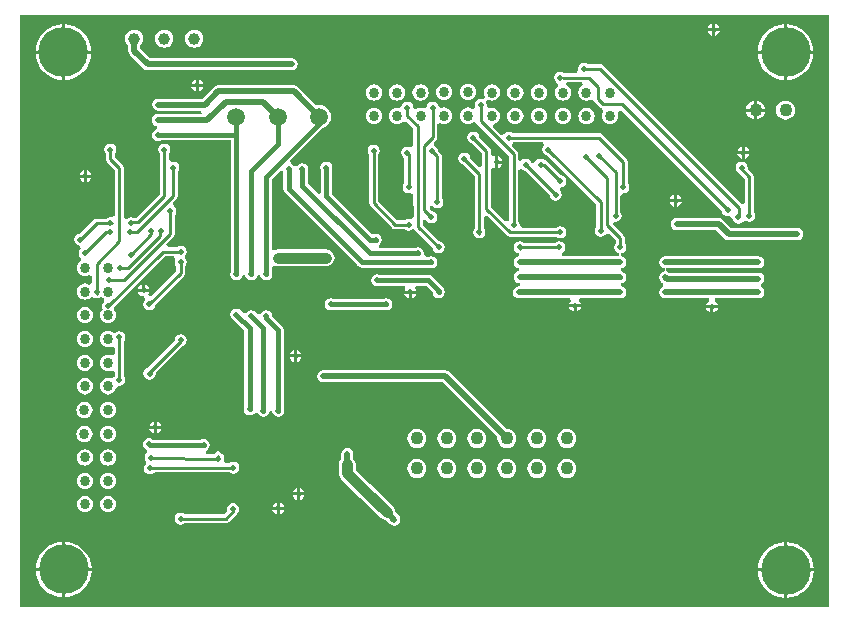
<source format=gbl>
G04*
G04 #@! TF.GenerationSoftware,Altium Limited,Altium Designer,19.1.7 (138)*
G04*
G04 Layer_Physical_Order=2*
G04 Layer_Color=16711680*
%FSLAX25Y25*%
%MOIN*%
G70*
G01*
G75*
%ADD10C,0.01000*%
%ADD45C,0.03500*%
%ADD46C,0.02000*%
%ADD51C,0.01500*%
%ADD54C,0.04331*%
%ADD55C,0.16535*%
%ADD56C,0.05906*%
%ADD57C,0.03937*%
%ADD58C,0.03400*%
%ADD59C,0.02000*%
G36*
X369500Y103500D02*
X369500Y100000D01*
X100000Y100000D01*
Y297500D01*
X369500D01*
Y103500D01*
D02*
G37*
%LPC*%
G36*
X331700Y294440D02*
Y293000D01*
X333140D01*
X333084Y293280D01*
X332642Y293942D01*
X331980Y294384D01*
X331700Y294440D01*
D02*
G37*
G36*
X330700D02*
X330420Y294384D01*
X329758Y293942D01*
X329316Y293280D01*
X329260Y293000D01*
X330700D01*
Y294440D01*
D02*
G37*
G36*
X333140Y292000D02*
X331700D01*
Y290560D01*
X331980Y290616D01*
X332642Y291058D01*
X333084Y291720D01*
X333140Y292000D01*
D02*
G37*
G36*
X330700D02*
X329260D01*
X329316Y291720D01*
X329758Y291058D01*
X330420Y290616D01*
X330700Y290560D01*
Y292000D01*
D02*
G37*
G36*
X158000Y292534D02*
X157215Y292430D01*
X156483Y292127D01*
X155855Y291645D01*
X155373Y291017D01*
X155070Y290285D01*
X154966Y289500D01*
X155070Y288715D01*
X155373Y287983D01*
X155855Y287355D01*
X156483Y286873D01*
X157215Y286569D01*
X158000Y286466D01*
X158785Y286569D01*
X159517Y286873D01*
X160145Y287355D01*
X160627Y287983D01*
X160930Y288715D01*
X161034Y289500D01*
X160930Y290285D01*
X160627Y291017D01*
X160145Y291645D01*
X159517Y292127D01*
X158785Y292430D01*
X158000Y292534D01*
D02*
G37*
G36*
X148000D02*
X147215Y292430D01*
X146483Y292127D01*
X145855Y291645D01*
X145373Y291017D01*
X145070Y290285D01*
X144966Y289500D01*
X145070Y288715D01*
X145373Y287983D01*
X145855Y287355D01*
X146483Y286873D01*
X147215Y286569D01*
X148000Y286466D01*
X148785Y286569D01*
X149517Y286873D01*
X150145Y287355D01*
X150627Y287983D01*
X150930Y288715D01*
X151034Y289500D01*
X150930Y290285D01*
X150627Y291017D01*
X150145Y291645D01*
X149517Y292127D01*
X148785Y292430D01*
X148000Y292534D01*
D02*
G37*
G36*
X355600Y294263D02*
Y285500D01*
X364363D01*
X364234Y286817D01*
X363704Y288564D01*
X362843Y290174D01*
X361685Y291585D01*
X360274Y292743D01*
X358664Y293604D01*
X356917Y294134D01*
X355600Y294263D01*
D02*
G37*
G36*
X114900D02*
Y285500D01*
X123663D01*
X123534Y286817D01*
X123004Y288564D01*
X122143Y290174D01*
X120985Y291585D01*
X119574Y292743D01*
X117964Y293604D01*
X116217Y294134D01*
X114900Y294263D01*
D02*
G37*
G36*
X113900D02*
X112583Y294134D01*
X110836Y293604D01*
X109226Y292743D01*
X107815Y291585D01*
X106657Y290174D01*
X105796Y288564D01*
X105266Y286817D01*
X105137Y285500D01*
X113900D01*
Y294263D01*
D02*
G37*
G36*
X354600D02*
X353283Y294134D01*
X351536Y293604D01*
X349926Y292743D01*
X348515Y291585D01*
X347357Y290174D01*
X346496Y288564D01*
X345966Y286817D01*
X345837Y285500D01*
X354600D01*
Y294263D01*
D02*
G37*
G36*
X138000Y292534D02*
X137215Y292430D01*
X136483Y292127D01*
X135855Y291645D01*
X135373Y291017D01*
X135070Y290285D01*
X134966Y289500D01*
X135070Y288715D01*
X135373Y287983D01*
X135855Y287355D01*
X135961Y287273D01*
Y285500D01*
X136116Y284720D01*
X136558Y284058D01*
X141058Y279558D01*
X141720Y279116D01*
X142500Y278961D01*
X190500D01*
X191280Y279116D01*
X191942Y279558D01*
X192384Y280220D01*
X192539Y281000D01*
X192384Y281780D01*
X191942Y282442D01*
X191280Y282884D01*
X190500Y283039D01*
X143345D01*
X140049Y286335D01*
X140086Y287310D01*
X140145Y287355D01*
X140627Y287983D01*
X140930Y288715D01*
X141034Y289500D01*
X140930Y290285D01*
X140627Y291017D01*
X140145Y291645D01*
X139517Y292127D01*
X138785Y292430D01*
X138000Y292534D01*
D02*
G37*
G36*
X288000Y281539D02*
X287220Y281384D01*
X286558Y280942D01*
X286116Y280280D01*
X285961Y279500D01*
X286058Y279014D01*
X285597Y278224D01*
X285394Y278029D01*
X281311D01*
X280780Y278384D01*
X280000Y278539D01*
X279220Y278384D01*
X278558Y277942D01*
X278116Y277280D01*
X277961Y276500D01*
X278116Y275720D01*
X278558Y275058D01*
X279032Y274741D01*
X279043Y274723D01*
X279157Y273982D01*
X279123Y273632D01*
X278929Y273482D01*
X278496Y272918D01*
X278224Y272262D01*
X278131Y271557D01*
X278224Y270852D01*
X278496Y270195D01*
X278929Y269631D01*
X279493Y269198D01*
X280149Y268926D01*
X280854Y268833D01*
X281559Y268926D01*
X282216Y269198D01*
X282780Y269631D01*
X283213Y270195D01*
X283485Y270852D01*
X283577Y271557D01*
X283485Y272262D01*
X283213Y272918D01*
X282780Y273482D01*
X282216Y273915D01*
X282044Y273986D01*
X282240Y274971D01*
X287369D01*
X287564Y273986D01*
X287393Y273915D01*
X286829Y273482D01*
X286396Y272918D01*
X286124Y272262D01*
X286031Y271557D01*
X286124Y270852D01*
X286396Y270195D01*
X286829Y269631D01*
X287393Y269198D01*
X288049Y268926D01*
X288754Y268833D01*
X289459Y268926D01*
X290034Y269164D01*
X290198Y269174D01*
X290776Y269006D01*
X291181Y268775D01*
X291419Y268419D01*
X293230Y266607D01*
X293726Y266276D01*
X293914Y266238D01*
X294334Y265377D01*
X294339Y265175D01*
X294296Y265118D01*
X294024Y264461D01*
X293931Y263757D01*
X294024Y263052D01*
X294296Y262395D01*
X294729Y261831D01*
X295293Y261398D01*
X295949Y261126D01*
X296654Y261033D01*
X297359Y261126D01*
X298016Y261398D01*
X298580Y261831D01*
X299013Y262395D01*
X299285Y263052D01*
X299377Y263757D01*
X299285Y264461D01*
X299236Y264580D01*
X299775Y265609D01*
X299816Y265635D01*
X300329Y265708D01*
X333892Y232146D01*
X334016Y231520D01*
X334458Y230858D01*
X335120Y230416D01*
X335900Y230261D01*
X336451Y230370D01*
X337035Y230069D01*
X337398Y229712D01*
X337516Y229120D01*
X337958Y228458D01*
X338620Y228016D01*
X339400Y227861D01*
X340180Y228016D01*
X340842Y228458D01*
X341499Y229008D01*
X342096Y228698D01*
X342220Y228616D01*
X343000Y228461D01*
X343780Y228616D01*
X344442Y229058D01*
X344884Y229720D01*
X345039Y230500D01*
X344884Y231280D01*
X344529Y231811D01*
Y243500D01*
X344413Y244085D01*
X344081Y244581D01*
X342477Y246186D01*
X342539Y246500D01*
X342384Y247280D01*
X341942Y247942D01*
X341280Y248384D01*
X340500Y248539D01*
X339720Y248384D01*
X339058Y247942D01*
X338616Y247280D01*
X338461Y246500D01*
X338616Y245720D01*
X339058Y245058D01*
X339720Y244616D01*
X339721Y244616D01*
X341471Y242866D01*
Y234821D01*
X340486Y234413D01*
X294318Y280581D01*
X293822Y280913D01*
X293236Y281029D01*
X289311D01*
X288780Y281384D01*
X288000Y281539D01*
D02*
G37*
G36*
X364363Y284500D02*
X355600D01*
Y275737D01*
X356917Y275866D01*
X358664Y276396D01*
X360274Y277257D01*
X361685Y278415D01*
X362843Y279826D01*
X363704Y281436D01*
X364234Y283183D01*
X364363Y284500D01*
D02*
G37*
G36*
X123663D02*
X114900D01*
Y275737D01*
X116217Y275866D01*
X117964Y276396D01*
X119574Y277257D01*
X120985Y278415D01*
X122143Y279826D01*
X123004Y281436D01*
X123534Y283183D01*
X123663Y284500D01*
D02*
G37*
G36*
X113900D02*
X105137D01*
X105266Y283183D01*
X105796Y281436D01*
X106657Y279826D01*
X107815Y278415D01*
X109226Y277257D01*
X110836Y276396D01*
X112583Y275866D01*
X113900Y275737D01*
Y284500D01*
D02*
G37*
G36*
X354600D02*
X345837D01*
X345966Y283183D01*
X346496Y281436D01*
X347357Y279826D01*
X348515Y278415D01*
X349926Y277257D01*
X351536Y276396D01*
X353283Y275866D01*
X354600Y275737D01*
Y284500D01*
D02*
G37*
G36*
X159500Y275940D02*
Y274500D01*
X160940D01*
X160884Y274780D01*
X160442Y275442D01*
X159780Y275884D01*
X159500Y275940D01*
D02*
G37*
G36*
X158500D02*
X158220Y275884D01*
X157558Y275442D01*
X157116Y274780D01*
X157060Y274500D01*
X158500D01*
Y275940D01*
D02*
G37*
G36*
X160940Y273500D02*
X159500D01*
Y272060D01*
X159780Y272116D01*
X160442Y272558D01*
X160884Y273220D01*
X160940Y273500D01*
D02*
G37*
G36*
X158500D02*
X157060D01*
X157116Y273220D01*
X157558Y272558D01*
X158220Y272116D01*
X158500Y272060D01*
Y273500D01*
D02*
G37*
G36*
X257154Y274280D02*
X256449Y274187D01*
X255793Y273915D01*
X255229Y273482D01*
X254796Y272918D01*
X254524Y272262D01*
X254431Y271557D01*
X254524Y270852D01*
X254796Y270195D01*
X254819Y270165D01*
X254311Y269355D01*
X254240Y269303D01*
X253500Y269450D01*
X252720Y269295D01*
X252058Y268853D01*
X251616Y268191D01*
X251461Y267411D01*
X251603Y266699D01*
X251467Y266527D01*
X250809Y266067D01*
X250616Y266215D01*
X249959Y266487D01*
X249254Y266580D01*
X248549Y266487D01*
X247893Y266215D01*
X247329Y265782D01*
X246896Y265218D01*
X246624Y264562D01*
X246531Y263857D01*
X246624Y263152D01*
X246896Y262495D01*
X247329Y261931D01*
X247893Y261498D01*
X248549Y261226D01*
X249254Y261133D01*
X249959Y261226D01*
X250616Y261498D01*
X251007Y261799D01*
X251677Y261680D01*
X252074Y261480D01*
X252087Y261415D01*
X252419Y260919D01*
X262971Y250366D01*
Y228811D01*
X262945Y228773D01*
X261748Y228578D01*
X256929Y233396D01*
Y246052D01*
X257914Y246578D01*
X258074Y246470D01*
X258354Y246415D01*
Y248354D01*
Y250294D01*
X258074Y250238D01*
X257914Y250131D01*
X256929Y250657D01*
Y252100D01*
X256813Y252685D01*
X256481Y253181D01*
X253009Y256654D01*
X252884Y257280D01*
X252442Y257942D01*
X251780Y258384D01*
X251000Y258539D01*
X250220Y258384D01*
X249558Y257942D01*
X249116Y257280D01*
X248961Y256500D01*
X249116Y255720D01*
X249558Y255058D01*
X250220Y254616D01*
X250846Y254491D01*
X253871Y251466D01*
Y247078D01*
X252961Y246702D01*
X250009Y249654D01*
X249884Y250280D01*
X249442Y250942D01*
X248780Y251384D01*
X248000Y251539D01*
X247220Y251384D01*
X246558Y250942D01*
X246116Y250280D01*
X245961Y249500D01*
X246116Y248720D01*
X246558Y248058D01*
X247220Y247616D01*
X247846Y247492D01*
X251471Y243866D01*
Y226311D01*
X251116Y225780D01*
X250961Y225000D01*
X251116Y224220D01*
X251558Y223558D01*
X252220Y223116D01*
X253000Y222961D01*
X253780Y223116D01*
X254442Y223558D01*
X254884Y224220D01*
X255039Y225000D01*
X254884Y225780D01*
X254529Y226311D01*
Y230185D01*
X255439Y230561D01*
X262081Y223919D01*
X262578Y223587D01*
X263163Y223471D01*
X278689D01*
X279220Y223116D01*
X280000Y222961D01*
X280780Y223116D01*
X281442Y223558D01*
X281884Y224220D01*
X282039Y225000D01*
X281884Y225780D01*
X281442Y226442D01*
X280780Y226884D01*
X280000Y227039D01*
X279220Y226884D01*
X278689Y226529D01*
X267350D01*
X266539Y227500D01*
X266384Y228280D01*
X266029Y228811D01*
Y245826D01*
X267014Y246125D01*
X267058Y246058D01*
X267720Y245616D01*
X268346Y245492D01*
X276491Y237346D01*
X276616Y236720D01*
X277058Y236058D01*
X277720Y235616D01*
X278500Y235461D01*
X279280Y235616D01*
X279942Y236058D01*
X280384Y236720D01*
X280539Y237500D01*
X280384Y238280D01*
X279942Y238942D01*
X279849Y239004D01*
X279934Y239540D01*
X280145Y239990D01*
X280780Y240116D01*
X281442Y240558D01*
X281884Y241220D01*
X282039Y242000D01*
X281884Y242780D01*
X281442Y243442D01*
X280780Y243884D01*
X280154Y244008D01*
X275581Y248581D01*
X275085Y248913D01*
X274942Y248941D01*
X274942Y248942D01*
X274280Y249384D01*
X273500Y249539D01*
X272720Y249384D01*
X272058Y248942D01*
X271616Y248280D01*
X270601Y248153D01*
X270384Y248280D01*
X269942Y248942D01*
X269280Y249384D01*
X268500Y249539D01*
X267720Y249384D01*
X267058Y248942D01*
X267014Y248875D01*
X266029Y249174D01*
Y251000D01*
X265913Y251585D01*
X265581Y252081D01*
X263942Y253721D01*
X264175Y254880D01*
X264311Y254971D01*
X274326D01*
X274625Y253986D01*
X274558Y253942D01*
X274116Y253280D01*
X273961Y252500D01*
X274116Y251720D01*
X274558Y251058D01*
X275220Y250616D01*
X275846Y250491D01*
X291971Y234366D01*
Y226811D01*
X291616Y226280D01*
X291461Y225500D01*
X291616Y224720D01*
X292058Y224058D01*
X292720Y223616D01*
X293500Y223461D01*
X294280Y223616D01*
X294942Y224058D01*
X295120Y224325D01*
X296279Y224558D01*
X298471Y222366D01*
Y221311D01*
X298116Y220780D01*
X297961Y220000D01*
X298116Y219220D01*
X298558Y218558D01*
X299220Y218116D01*
X299685Y218023D01*
X299588Y217039D01*
X299222Y217039D01*
X280614D01*
X280480Y218016D01*
X281142Y218458D01*
X281584Y219120D01*
X281739Y219900D01*
X281584Y220680D01*
X281142Y221342D01*
X280480Y221784D01*
X279700Y221939D01*
X278920Y221784D01*
X278389Y221429D01*
X267950D01*
X267942Y221442D01*
X267280Y221884D01*
X266500Y222039D01*
X265720Y221884D01*
X265058Y221442D01*
X264616Y220780D01*
X264461Y220000D01*
X264616Y219220D01*
X265058Y218558D01*
X265720Y218116D01*
X266294Y218002D01*
Y216998D01*
X265720Y216884D01*
X265058Y216442D01*
X264616Y215780D01*
X264461Y215000D01*
X264616Y214220D01*
X265058Y213558D01*
X265720Y213116D01*
X266168Y213027D01*
Y212023D01*
X265720Y211934D01*
X265058Y211492D01*
X264616Y210830D01*
X264461Y210050D01*
X264616Y209270D01*
X265058Y208608D01*
X265720Y208166D01*
X266500Y208011D01*
X266470Y207039D01*
X266300D01*
X265520Y206884D01*
X264858Y206442D01*
X264416Y205780D01*
X264261Y205000D01*
X264416Y204220D01*
X264858Y203558D01*
X265520Y203116D01*
X266300Y202961D01*
X283241D01*
X283539Y201977D01*
X283530Y201970D01*
X283088Y201309D01*
X283032Y201028D01*
X286911D01*
X286856Y201309D01*
X286414Y201970D01*
X286404Y201977D01*
X286703Y202961D01*
X300000D01*
X300780Y203116D01*
X301442Y203558D01*
X301884Y204220D01*
X302039Y205000D01*
X301884Y205780D01*
X301442Y206442D01*
X300780Y206884D01*
X300206Y206998D01*
Y208002D01*
X300780Y208116D01*
X301442Y208558D01*
X301884Y209220D01*
X302039Y210000D01*
X301884Y210780D01*
X301442Y211442D01*
X301392Y211492D01*
X300730Y211934D01*
X300307Y212018D01*
Y213022D01*
X300780Y213116D01*
X301442Y213558D01*
X301884Y214220D01*
X302039Y215000D01*
X301884Y215780D01*
X301442Y216442D01*
X300780Y216884D01*
X300206Y216998D01*
Y218002D01*
X300780Y218116D01*
X301442Y218558D01*
X301884Y219220D01*
X302039Y220000D01*
X301884Y220780D01*
X301529Y221311D01*
Y223000D01*
X301413Y223585D01*
X301081Y224081D01*
X297481Y227682D01*
X297983Y228544D01*
X298014Y228558D01*
X298500Y228461D01*
X299280Y228616D01*
X299942Y229058D01*
X300384Y229720D01*
X300539Y230500D01*
X300384Y231280D01*
X300029Y231811D01*
Y237150D01*
X301000Y237961D01*
X301780Y238116D01*
X302442Y238558D01*
X302884Y239220D01*
X303039Y240000D01*
X302884Y240780D01*
X302529Y241311D01*
Y248500D01*
X302413Y249085D01*
X302081Y249581D01*
X294081Y257581D01*
X293585Y257913D01*
X293000Y258029D01*
X264311D01*
X263780Y258384D01*
X263000Y258539D01*
X262220Y258384D01*
X261558Y257942D01*
X261380Y257675D01*
X260221Y257442D01*
X257568Y260095D01*
X257859Y261126D01*
X258516Y261398D01*
X259080Y261831D01*
X259513Y262395D01*
X259785Y263052D01*
X259877Y263757D01*
X259785Y264461D01*
X259513Y265118D01*
X259080Y265682D01*
X258516Y266115D01*
X257859Y266387D01*
X257154Y266480D01*
X256449Y266387D01*
X256263Y266310D01*
X255467Y267045D01*
X255539Y267411D01*
X255384Y268191D01*
X255241Y268405D01*
X255586Y268900D01*
X255934Y269140D01*
X256449Y268926D01*
X257154Y268833D01*
X257859Y268926D01*
X258516Y269198D01*
X259080Y269631D01*
X259513Y270195D01*
X259785Y270852D01*
X259877Y271557D01*
X259785Y272262D01*
X259513Y272918D01*
X259080Y273482D01*
X258516Y273915D01*
X257859Y274187D01*
X257154Y274280D01*
D02*
G37*
G36*
X249254Y274380D02*
X248549Y274287D01*
X247893Y274015D01*
X247329Y273582D01*
X246896Y273018D01*
X246624Y272361D01*
X246531Y271657D01*
X246624Y270952D01*
X246896Y270295D01*
X247329Y269731D01*
X247893Y269298D01*
X248549Y269026D01*
X249254Y268933D01*
X249959Y269026D01*
X250616Y269298D01*
X251180Y269731D01*
X251613Y270295D01*
X251885Y270952D01*
X251977Y271657D01*
X251885Y272361D01*
X251613Y273018D01*
X251180Y273582D01*
X250616Y274015D01*
X249959Y274287D01*
X249254Y274380D01*
D02*
G37*
G36*
X241354D02*
X240649Y274287D01*
X239993Y274015D01*
X239429Y273582D01*
X238996Y273018D01*
X238724Y272361D01*
X238631Y271657D01*
X238724Y270952D01*
X238996Y270295D01*
X239429Y269731D01*
X239993Y269298D01*
X240649Y269026D01*
X241354Y268933D01*
X242059Y269026D01*
X242716Y269298D01*
X243280Y269731D01*
X243713Y270295D01*
X243985Y270952D01*
X244077Y271657D01*
X243985Y272361D01*
X243713Y273018D01*
X243280Y273582D01*
X242716Y274015D01*
X242059Y274287D01*
X241354Y274380D01*
D02*
G37*
G36*
X272954Y274280D02*
X272249Y274187D01*
X271593Y273915D01*
X271029Y273482D01*
X270596Y272918D01*
X270324Y272262D01*
X270231Y271557D01*
X270324Y270852D01*
X270596Y270195D01*
X271029Y269631D01*
X271593Y269198D01*
X272249Y268926D01*
X272954Y268833D01*
X273659Y268926D01*
X274316Y269198D01*
X274880Y269631D01*
X275313Y270195D01*
X275585Y270852D01*
X275677Y271557D01*
X275585Y272262D01*
X275313Y272918D01*
X274880Y273482D01*
X274316Y273915D01*
X273659Y274187D01*
X272954Y274280D01*
D02*
G37*
G36*
X265054D02*
X264349Y274187D01*
X263693Y273915D01*
X263129Y273482D01*
X262696Y272918D01*
X262424Y272262D01*
X262331Y271557D01*
X262424Y270852D01*
X262696Y270195D01*
X263129Y269631D01*
X263693Y269198D01*
X264349Y268926D01*
X265054Y268833D01*
X265759Y268926D01*
X266416Y269198D01*
X266980Y269631D01*
X267413Y270195D01*
X267685Y270852D01*
X267777Y271557D01*
X267685Y272262D01*
X267413Y272918D01*
X266980Y273482D01*
X266416Y273915D01*
X265759Y274187D01*
X265054Y274280D01*
D02*
G37*
G36*
X233454D02*
X232749Y274187D01*
X232093Y273915D01*
X231529Y273482D01*
X231096Y272918D01*
X230824Y272262D01*
X230731Y271557D01*
X230824Y270852D01*
X231096Y270195D01*
X231529Y269631D01*
X232093Y269198D01*
X232749Y268926D01*
X233454Y268833D01*
X234159Y268926D01*
X234816Y269198D01*
X235380Y269631D01*
X235813Y270195D01*
X236085Y270852D01*
X236177Y271557D01*
X236085Y272262D01*
X235813Y272918D01*
X235380Y273482D01*
X234816Y273915D01*
X234159Y274187D01*
X233454Y274280D01*
D02*
G37*
G36*
X225554D02*
X224849Y274187D01*
X224193Y273915D01*
X223629Y273482D01*
X223196Y272918D01*
X222924Y272262D01*
X222831Y271557D01*
X222924Y270852D01*
X223196Y270195D01*
X223629Y269631D01*
X224193Y269198D01*
X224849Y268926D01*
X225554Y268833D01*
X226259Y268926D01*
X226916Y269198D01*
X227480Y269631D01*
X227913Y270195D01*
X228185Y270852D01*
X228277Y271557D01*
X228185Y272262D01*
X227913Y272918D01*
X227480Y273482D01*
X226916Y273915D01*
X226259Y274187D01*
X225554Y274280D01*
D02*
G37*
G36*
X217854D02*
X217149Y274187D01*
X216493Y273915D01*
X215929Y273482D01*
X215496Y272918D01*
X215224Y272262D01*
X215131Y271557D01*
X215224Y270852D01*
X215496Y270195D01*
X215929Y269631D01*
X216493Y269198D01*
X217149Y268926D01*
X217854Y268833D01*
X218559Y268926D01*
X219216Y269198D01*
X219780Y269631D01*
X220213Y270195D01*
X220485Y270852D01*
X220578Y271557D01*
X220485Y272262D01*
X220213Y272918D01*
X219780Y273482D01*
X219216Y273915D01*
X218559Y274187D01*
X217854Y274280D01*
D02*
G37*
G36*
X237500Y268539D02*
X236720Y268384D01*
X236058Y267942D01*
X235616Y267280D01*
X235523Y266813D01*
X235318Y266611D01*
X234792Y266319D01*
X234508Y266243D01*
X234159Y266387D01*
X233454Y266480D01*
X232749Y266387D01*
X232093Y266115D01*
X231943Y266001D01*
X231039Y266500D01*
X230884Y267280D01*
X230442Y267942D01*
X229780Y268384D01*
X229000Y268539D01*
X228220Y268384D01*
X227558Y267942D01*
X227116Y267280D01*
X227082Y267111D01*
X226325Y266445D01*
X226018Y266419D01*
X225554Y266480D01*
X224849Y266387D01*
X224193Y266115D01*
X223629Y265682D01*
X223196Y265118D01*
X222924Y264461D01*
X222831Y263757D01*
X222924Y263052D01*
X223196Y262395D01*
X223629Y261831D01*
X224193Y261398D01*
X224849Y261126D01*
X225554Y261033D01*
X226259Y261126D01*
X226916Y261398D01*
X227480Y261831D01*
X228701Y261822D01*
X230928Y259595D01*
X230960Y253779D01*
X229979Y253251D01*
X229780Y253384D01*
X229000Y253539D01*
X228220Y253384D01*
X227558Y252942D01*
X227116Y252280D01*
X226961Y251500D01*
X227116Y250720D01*
X227558Y250058D01*
X227971Y249782D01*
Y241311D01*
X227616Y240780D01*
X227461Y240000D01*
X227616Y239220D01*
X228058Y238558D01*
X228720Y238116D01*
X229500Y237961D01*
X230065Y238073D01*
X230775Y237689D01*
X231053Y237449D01*
X231095Y230023D01*
X230745Y229749D01*
X230114Y229417D01*
X229500Y229539D01*
X228720Y229384D01*
X228189Y229029D01*
X225634D01*
X219384Y235279D01*
Y250835D01*
X219738Y251365D01*
X219893Y252146D01*
X219738Y252926D01*
X219296Y253588D01*
X218635Y254030D01*
X217854Y254185D01*
X217074Y254030D01*
X216412Y253588D01*
X215970Y252926D01*
X215815Y252146D01*
X215970Y251365D01*
X216325Y250835D01*
Y234646D01*
X216441Y234061D01*
X216773Y233564D01*
X223919Y226419D01*
X224415Y226087D01*
X225000Y225971D01*
X228189D01*
X228720Y225616D01*
X229500Y225461D01*
X230280Y225616D01*
X230942Y226058D01*
X231787Y225551D01*
X237491Y219846D01*
X237616Y219220D01*
X238058Y218558D01*
X238720Y218116D01*
X239500Y217961D01*
X240280Y218116D01*
X240942Y218558D01*
X241384Y219220D01*
X241539Y220000D01*
X241384Y220780D01*
X240942Y221442D01*
X240280Y221884D01*
X239654Y222008D01*
X234168Y227495D01*
X234160Y228923D01*
X235071Y229194D01*
X235143Y229179D01*
X235558Y228558D01*
X236220Y228116D01*
X237000Y227961D01*
X237780Y228116D01*
X238442Y228558D01*
X238884Y229220D01*
X239039Y230000D01*
X238884Y230780D01*
X238442Y231442D01*
X237780Y231884D01*
X237154Y232009D01*
X236439Y232724D01*
X236534Y233824D01*
X237087Y234165D01*
X237159Y234156D01*
X237558Y233558D01*
X238220Y233116D01*
X239000Y232961D01*
X239780Y233116D01*
X240442Y233558D01*
X240884Y234220D01*
X241039Y235000D01*
X240884Y235780D01*
X240529Y236311D01*
Y250311D01*
X240413Y250896D01*
X240081Y251392D01*
X239319Y252154D01*
X239195Y252780D01*
X238753Y253442D01*
X238165Y253835D01*
X238077Y253949D01*
X237870Y254932D01*
X238581Y255643D01*
X238913Y256139D01*
X239029Y256725D01*
Y260997D01*
X239993Y261498D01*
X240649Y261226D01*
X241354Y261133D01*
X242059Y261226D01*
X242716Y261498D01*
X243280Y261931D01*
X243713Y262495D01*
X243985Y263152D01*
X244077Y263857D01*
X243985Y264562D01*
X243713Y265218D01*
X243280Y265782D01*
X242716Y266215D01*
X242059Y266487D01*
X241354Y266580D01*
X240649Y266487D01*
X240483Y266418D01*
X240409Y266424D01*
X239490Y266934D01*
X239438Y267008D01*
X239384Y267280D01*
X238942Y267942D01*
X238280Y268384D01*
X237500Y268539D01*
D02*
G37*
G36*
X345600Y268827D02*
Y266200D01*
X348227D01*
X348184Y266527D01*
X347865Y267297D01*
X347358Y267958D01*
X346696Y268465D01*
X345926Y268784D01*
X345600Y268827D01*
D02*
G37*
G36*
X344600D02*
X344274Y268784D01*
X343504Y268465D01*
X342843Y267958D01*
X342335Y267297D01*
X342016Y266527D01*
X341973Y266200D01*
X344600D01*
Y268827D01*
D02*
G37*
G36*
X348227Y265200D02*
X345600D01*
Y262573D01*
X345926Y262616D01*
X346696Y262935D01*
X347358Y263443D01*
X347865Y264104D01*
X348184Y264874D01*
X348227Y265200D01*
D02*
G37*
G36*
X344600D02*
X341973D01*
X342016Y264874D01*
X342335Y264104D01*
X342843Y263443D01*
X343504Y262935D01*
X344274Y262616D01*
X344600Y262573D01*
Y265200D01*
D02*
G37*
G36*
X355100Y268893D02*
X354274Y268784D01*
X353504Y268465D01*
X352842Y267958D01*
X352335Y267297D01*
X352016Y266527D01*
X351907Y265700D01*
X352016Y264874D01*
X352335Y264104D01*
X352842Y263443D01*
X353504Y262935D01*
X354274Y262616D01*
X355100Y262508D01*
X355926Y262616D01*
X356696Y262935D01*
X357358Y263443D01*
X357865Y264104D01*
X358184Y264874D01*
X358293Y265700D01*
X358184Y266527D01*
X357865Y267297D01*
X357358Y267958D01*
X356696Y268465D01*
X355926Y268784D01*
X355100Y268893D01*
D02*
G37*
G36*
X288754Y266480D02*
X288049Y266387D01*
X287393Y266115D01*
X286829Y265682D01*
X286396Y265118D01*
X286124Y264461D01*
X286031Y263757D01*
X286124Y263052D01*
X286396Y262395D01*
X286829Y261831D01*
X287393Y261398D01*
X288049Y261126D01*
X288754Y261033D01*
X289459Y261126D01*
X290116Y261398D01*
X290680Y261831D01*
X291113Y262395D01*
X291385Y263052D01*
X291477Y263757D01*
X291385Y264461D01*
X291113Y265118D01*
X290680Y265682D01*
X290116Y266115D01*
X289459Y266387D01*
X288754Y266480D01*
D02*
G37*
G36*
X280854D02*
X280149Y266387D01*
X279493Y266115D01*
X278929Y265682D01*
X278496Y265118D01*
X278224Y264461D01*
X278131Y263757D01*
X278224Y263052D01*
X278496Y262395D01*
X278929Y261831D01*
X279493Y261398D01*
X280149Y261126D01*
X280854Y261033D01*
X281559Y261126D01*
X282216Y261398D01*
X282780Y261831D01*
X283213Y262395D01*
X283485Y263052D01*
X283577Y263757D01*
X283485Y264461D01*
X283213Y265118D01*
X282780Y265682D01*
X282216Y266115D01*
X281559Y266387D01*
X280854Y266480D01*
D02*
G37*
G36*
X272954D02*
X272249Y266387D01*
X271593Y266115D01*
X271029Y265682D01*
X270596Y265118D01*
X270324Y264461D01*
X270231Y263757D01*
X270324Y263052D01*
X270596Y262395D01*
X271029Y261831D01*
X271593Y261398D01*
X272249Y261126D01*
X272954Y261033D01*
X273659Y261126D01*
X274316Y261398D01*
X274880Y261831D01*
X275313Y262395D01*
X275585Y263052D01*
X275677Y263757D01*
X275585Y264461D01*
X275313Y265118D01*
X274880Y265682D01*
X274316Y266115D01*
X273659Y266387D01*
X272954Y266480D01*
D02*
G37*
G36*
X265054D02*
X264349Y266387D01*
X263693Y266115D01*
X263129Y265682D01*
X262696Y265118D01*
X262424Y264461D01*
X262331Y263757D01*
X262424Y263052D01*
X262696Y262395D01*
X263129Y261831D01*
X263693Y261398D01*
X264349Y261126D01*
X265054Y261033D01*
X265759Y261126D01*
X266416Y261398D01*
X266980Y261831D01*
X267413Y262395D01*
X267685Y263052D01*
X267777Y263757D01*
X267685Y264461D01*
X267413Y265118D01*
X266980Y265682D01*
X266416Y266115D01*
X265759Y266387D01*
X265054Y266480D01*
D02*
G37*
G36*
X217854D02*
X217149Y266387D01*
X216493Y266115D01*
X215929Y265682D01*
X215496Y265118D01*
X215224Y264461D01*
X215131Y263757D01*
X215224Y263052D01*
X215496Y262395D01*
X215929Y261831D01*
X216493Y261398D01*
X217149Y261126D01*
X217854Y261033D01*
X218559Y261126D01*
X219216Y261398D01*
X219780Y261831D01*
X220213Y262395D01*
X220485Y263052D01*
X220578Y263757D01*
X220485Y264461D01*
X220213Y265118D01*
X219780Y265682D01*
X219216Y266115D01*
X218559Y266387D01*
X217854Y266480D01*
D02*
G37*
G36*
X341500Y253440D02*
Y252000D01*
X342940D01*
X342884Y252280D01*
X342442Y252942D01*
X341780Y253384D01*
X341500Y253440D01*
D02*
G37*
G36*
X340500D02*
X340220Y253384D01*
X339558Y252942D01*
X339116Y252280D01*
X339060Y252000D01*
X340500D01*
Y253440D01*
D02*
G37*
G36*
X342940Y251000D02*
X341500D01*
Y249560D01*
X341780Y249616D01*
X342442Y250058D01*
X342884Y250720D01*
X342940Y251000D01*
D02*
G37*
G36*
X340500D02*
X339060D01*
X339116Y250720D01*
X339558Y250058D01*
X340220Y249616D01*
X340500Y249560D01*
Y251000D01*
D02*
G37*
G36*
X259354Y250294D02*
Y248854D01*
X260794D01*
X260738Y249135D01*
X260296Y249796D01*
X259635Y250238D01*
X259354Y250294D01*
D02*
G37*
G36*
X260794Y247854D02*
X259354D01*
Y246415D01*
X259635Y246470D01*
X260296Y246912D01*
X260738Y247574D01*
X260794Y247854D01*
D02*
G37*
G36*
X122200Y245640D02*
Y244200D01*
X123640D01*
X123584Y244480D01*
X123142Y245142D01*
X122480Y245584D01*
X122200Y245640D01*
D02*
G37*
G36*
X121200D02*
X120920Y245584D01*
X120258Y245142D01*
X119816Y244480D01*
X119760Y244200D01*
X121200D01*
Y245640D01*
D02*
G37*
G36*
X123640Y243200D02*
X122200D01*
Y241760D01*
X122480Y241816D01*
X123142Y242258D01*
X123584Y242920D01*
X123640Y243200D01*
D02*
G37*
G36*
X121200D02*
X119760D01*
X119816Y242920D01*
X120258Y242258D01*
X120920Y241816D01*
X121200Y241760D01*
Y243200D01*
D02*
G37*
G36*
X319000Y237440D02*
Y236000D01*
X320440D01*
X320384Y236280D01*
X319942Y236942D01*
X319280Y237384D01*
X319000Y237440D01*
D02*
G37*
G36*
X318000D02*
X317720Y237384D01*
X317058Y236942D01*
X316616Y236280D01*
X316560Y236000D01*
X318000D01*
Y237440D01*
D02*
G37*
G36*
X320440Y235000D02*
X319000D01*
Y233560D01*
X319280Y233616D01*
X319942Y234058D01*
X320384Y234720D01*
X320440Y235000D01*
D02*
G37*
G36*
X318000D02*
X316560D01*
X316616Y234720D01*
X317058Y234058D01*
X317720Y233616D01*
X318000Y233560D01*
Y235000D01*
D02*
G37*
G36*
X148000Y254539D02*
X147220Y254384D01*
X146558Y253942D01*
X146116Y253280D01*
X145961Y252500D01*
X146116Y251720D01*
X146471Y251189D01*
Y237633D01*
X138617Y229779D01*
X137937D01*
X137780Y229884D01*
X137000Y230039D01*
X136220Y229884D01*
X135558Y229442D01*
X135514Y229375D01*
X134529Y229674D01*
Y246500D01*
X134413Y247085D01*
X134081Y247581D01*
X131529Y250133D01*
Y251189D01*
X131884Y251720D01*
X132039Y252500D01*
X131884Y253280D01*
X131442Y253942D01*
X130780Y254384D01*
X130000Y254539D01*
X129220Y254384D01*
X128558Y253942D01*
X128116Y253280D01*
X127961Y252500D01*
X128116Y251720D01*
X128471Y251189D01*
Y249500D01*
X128587Y248915D01*
X128919Y248419D01*
X131471Y245866D01*
Y230607D01*
X131276Y230403D01*
X130486Y229942D01*
X130000Y230039D01*
X129220Y229884D01*
X128689Y229529D01*
X125500D01*
X124915Y229413D01*
X124419Y229081D01*
X119846Y224509D01*
X119220Y224384D01*
X118558Y223942D01*
X118116Y223280D01*
X117961Y222500D01*
X118116Y221720D01*
X118558Y221058D01*
X119220Y220616D01*
X119855Y220490D01*
X120066Y220040D01*
X120151Y219504D01*
X120058Y219442D01*
X119616Y218780D01*
X119461Y218000D01*
X119616Y217220D01*
X120058Y216558D01*
X120121Y216516D01*
X120132Y215836D01*
X120042Y215385D01*
X119574Y215026D01*
X119142Y214462D01*
X118869Y213805D01*
X118777Y213100D01*
X118869Y212395D01*
X119142Y211738D01*
X119574Y211174D01*
X120138Y210742D01*
X120795Y210470D01*
X121500Y210377D01*
X122205Y210470D01*
X122862Y210742D01*
X122986Y210837D01*
X123971Y210352D01*
Y207948D01*
X122986Y207463D01*
X122862Y207558D01*
X122205Y207831D01*
X121500Y207923D01*
X120795Y207831D01*
X120138Y207558D01*
X119574Y207126D01*
X119142Y206562D01*
X118869Y205905D01*
X118777Y205200D01*
X118869Y204495D01*
X119142Y203838D01*
X119574Y203274D01*
X120138Y202842D01*
X120795Y202570D01*
X121500Y202477D01*
X122205Y202570D01*
X122862Y202842D01*
X123187Y203091D01*
X124058Y203558D01*
X124720Y203116D01*
X125500Y202961D01*
X126280Y203116D01*
X126942Y203558D01*
X127737Y202996D01*
X127842Y202915D01*
X127932Y202464D01*
X127920Y201784D01*
X127858Y201742D01*
X127416Y201080D01*
X127261Y200300D01*
X127416Y199520D01*
X127532Y199346D01*
X127374Y199226D01*
X126942Y198662D01*
X126670Y198005D01*
X126577Y197300D01*
X126670Y196595D01*
X126942Y195938D01*
X127374Y195374D01*
X127938Y194942D01*
X128595Y194669D01*
X129300Y194577D01*
X130005Y194669D01*
X130662Y194942D01*
X131226Y195374D01*
X131658Y195938D01*
X131930Y196595D01*
X132023Y197300D01*
X131930Y198005D01*
X131658Y198662D01*
X131226Y199226D01*
X131370Y200207D01*
X148134Y216971D01*
X151228D01*
X151754Y215986D01*
X151616Y215780D01*
X151461Y215000D01*
X151616Y214220D01*
X151971Y213689D01*
Y212134D01*
X143153Y203316D01*
X143150Y203316D01*
X142781Y203898D01*
X142695Y204364D01*
X143030Y204865D01*
X143085Y205146D01*
X139206D01*
X139262Y204865D01*
X139704Y204204D01*
X140365Y203762D01*
X141013Y203633D01*
X141130Y203610D01*
X141146Y203606D01*
X141196Y203593D01*
X141585Y202477D01*
X141558Y202442D01*
X141507Y202366D01*
X141116Y201780D01*
X140961Y201000D01*
X141116Y200220D01*
X141558Y199558D01*
X142220Y199116D01*
X143000Y198961D01*
X143780Y199116D01*
X144442Y199558D01*
X144884Y200220D01*
X145009Y200846D01*
X154581Y210419D01*
X154913Y210915D01*
X155029Y211500D01*
Y213689D01*
X155384Y214220D01*
X155539Y215000D01*
X155384Y215780D01*
X154942Y216442D01*
Y217058D01*
X155384Y217720D01*
X155539Y218500D01*
X155384Y219280D01*
X154942Y219942D01*
X154280Y220384D01*
X153500Y220539D01*
X152720Y220384D01*
X152189Y220029D01*
X149107D01*
X148730Y220939D01*
X151081Y223290D01*
X151413Y223786D01*
X151529Y224372D01*
Y230689D01*
X151884Y231220D01*
X152039Y232000D01*
X151884Y232780D01*
X151442Y233442D01*
X151175Y233620D01*
X150942Y234779D01*
X152081Y235919D01*
X152413Y236415D01*
X152529Y237000D01*
Y245189D01*
X152884Y245720D01*
X153039Y246500D01*
X152884Y247280D01*
X152442Y247942D01*
X151780Y248384D01*
X151000Y248539D01*
X150514Y248442D01*
X149724Y248903D01*
X149529Y249107D01*
Y251189D01*
X149884Y251720D01*
X150039Y252500D01*
X149884Y253280D01*
X149442Y253942D01*
X148780Y254384D01*
X148000Y254539D01*
D02*
G37*
G36*
X332800Y229739D02*
X318800D01*
X318020Y229584D01*
X317358Y229142D01*
X316916Y228480D01*
X316761Y227700D01*
X316916Y226920D01*
X317358Y226258D01*
X318020Y225816D01*
X318800Y225661D01*
X331955D01*
X334658Y222958D01*
X334658Y222958D01*
X335320Y222516D01*
X336100Y222361D01*
X359000D01*
X359780Y222516D01*
X360442Y222958D01*
X360884Y223620D01*
X361039Y224400D01*
X360884Y225180D01*
X360442Y225842D01*
X359780Y226284D01*
X359000Y226439D01*
X336945D01*
X334242Y229142D01*
X333580Y229584D01*
X332800Y229739D01*
D02*
G37*
G36*
X191100Y274039D02*
X166000D01*
X165220Y273884D01*
X164558Y273442D01*
X160655Y269539D01*
X146000D01*
X145220Y269384D01*
X144558Y268942D01*
X144116Y268280D01*
X143961Y267500D01*
X144116Y266720D01*
X144558Y266058D01*
X145220Y265616D01*
X146000Y265461D01*
X160135D01*
X160688Y264477D01*
X160632Y264385D01*
X145846D01*
X145065Y264230D01*
X144404Y263788D01*
X143962Y263126D01*
X143807Y262346D01*
X143962Y261565D01*
X144404Y260904D01*
X145065Y260462D01*
X145485Y260378D01*
Y259375D01*
X145142Y259307D01*
X144481Y258865D01*
X144039Y258203D01*
X143884Y257423D01*
X144039Y256643D01*
X144481Y255981D01*
X145142Y255539D01*
X145923Y255384D01*
X146703Y255539D01*
X146852Y255639D01*
X170216D01*
Y211929D01*
X170116Y211780D01*
X169961Y211000D01*
X170116Y210220D01*
X170558Y209558D01*
X171220Y209116D01*
X172000Y208961D01*
X172780Y209116D01*
X173442Y209558D01*
X173884Y210220D01*
X173925Y210424D01*
X174156Y210794D01*
X174800D01*
X175056Y210522D01*
X175116Y210220D01*
X175558Y209558D01*
X176220Y209116D01*
X177000Y208961D01*
X177780Y209116D01*
X178442Y209558D01*
X178884Y210220D01*
X178925Y210424D01*
X179156Y210794D01*
X179800D01*
X180056Y210522D01*
X180116Y210220D01*
X180558Y209558D01*
X181220Y209116D01*
X182000Y208961D01*
X182780Y209116D01*
X183442Y209558D01*
X183884Y210220D01*
X184039Y211000D01*
X183884Y211780D01*
X183784Y211929D01*
Y213493D01*
X184231Y213819D01*
X184768Y214034D01*
X185282Y213821D01*
X186000Y213726D01*
X202000D01*
X202718Y213821D01*
X203387Y214098D01*
X203961Y214539D01*
X204402Y215113D01*
X204679Y215782D01*
X204774Y216500D01*
X204679Y217218D01*
X204402Y217887D01*
X203961Y218461D01*
X203387Y218902D01*
X202718Y219179D01*
X202000Y219274D01*
X186000D01*
X185282Y219179D01*
X184768Y218967D01*
X184231Y219181D01*
X183784Y219507D01*
Y242638D01*
X186572Y245425D01*
X187515Y245240D01*
X187673Y245134D01*
X187716Y245071D01*
Y239500D01*
X187852Y238817D01*
X188238Y238238D01*
X212738Y213738D01*
X212738Y213738D01*
X213317Y213351D01*
X214000Y213216D01*
X236070D01*
X236220Y213116D01*
X237000Y212961D01*
X237780Y213116D01*
X238442Y213558D01*
X238884Y214220D01*
X239039Y215000D01*
X238884Y215780D01*
X238442Y216442D01*
X237780Y216884D01*
X237000Y217039D01*
X236220Y216884D01*
X236070Y216784D01*
X235187D01*
X234493Y217769D01*
X234539Y218000D01*
X234384Y218780D01*
X233942Y219442D01*
X233280Y219884D01*
X232500Y220039D01*
X231720Y219884D01*
X231571Y219784D01*
X219760D01*
X219509Y220768D01*
X219942Y221058D01*
X220384Y221720D01*
X220539Y222500D01*
X220384Y223280D01*
X219942Y223942D01*
X219280Y224384D01*
X218500Y224539D01*
X217720Y224384D01*
X217570Y224284D01*
X217239D01*
X203784Y237739D01*
Y245570D01*
X203884Y245720D01*
X204039Y246500D01*
X203884Y247280D01*
X203442Y247942D01*
X202780Y248384D01*
X202000Y248539D01*
X201220Y248384D01*
X200558Y247942D01*
X200116Y247280D01*
X199961Y246500D01*
X200116Y245720D01*
X200216Y245570D01*
Y238200D01*
X199232Y237792D01*
X195784Y241239D01*
Y245071D01*
X195884Y245220D01*
X196039Y246000D01*
X195884Y246780D01*
X195442Y247442D01*
X194780Y247884D01*
X194000Y248039D01*
X193220Y247884D01*
X192558Y247442D01*
X192297Y247051D01*
X192143Y247005D01*
X191357D01*
X191203Y247051D01*
X190942Y247442D01*
X190366Y247827D01*
X190260Y247985D01*
X190075Y248928D01*
X200862Y259715D01*
X200889Y259755D01*
X201593Y260047D01*
X202419Y260681D01*
X203053Y261507D01*
X203451Y262468D01*
X203587Y263500D01*
X203451Y264532D01*
X203053Y265493D01*
X202419Y266319D01*
X201593Y266953D01*
X200632Y267351D01*
X199600Y267487D01*
X198625Y267358D01*
X192542Y273442D01*
X191880Y273884D01*
X191100Y274039D01*
D02*
G37*
G36*
X141646Y207585D02*
Y206146D01*
X143085D01*
X143030Y206426D01*
X142588Y207088D01*
X141926Y207530D01*
X141646Y207585D01*
D02*
G37*
G36*
X140646D02*
X140365Y207530D01*
X139704Y207088D01*
X139262Y206426D01*
X139206Y206146D01*
X140646D01*
Y207585D01*
D02*
G37*
G36*
X231940Y204500D02*
X230500D01*
Y203060D01*
X230780Y203116D01*
X231442Y203558D01*
X231884Y204220D01*
X231940Y204500D01*
D02*
G37*
G36*
X229500D02*
X228060D01*
X228116Y204220D01*
X228558Y203558D01*
X229220Y203116D01*
X229500Y203060D01*
Y204500D01*
D02*
G37*
G36*
X219000Y211039D02*
X218220Y210884D01*
X217558Y210442D01*
X217116Y209780D01*
X216961Y209000D01*
X217116Y208220D01*
X217558Y207558D01*
X218220Y207116D01*
X219000Y206961D01*
X219780Y207116D01*
X219930Y207216D01*
X227981D01*
X228163Y206972D01*
X228417Y206231D01*
X228116Y205780D01*
X228060Y205500D01*
X231940D01*
X231884Y205780D01*
X231582Y206231D01*
X231837Y206972D01*
X232018Y207216D01*
X235261D01*
X237463Y205013D01*
X237461Y205000D01*
X237616Y204220D01*
X238058Y203558D01*
X238720Y203116D01*
X239500Y202961D01*
X240280Y203116D01*
X240942Y203558D01*
X241384Y204220D01*
X241539Y205000D01*
X241384Y205780D01*
X241163Y206112D01*
X241148Y206183D01*
X240762Y206762D01*
X240762Y206762D01*
X237262Y210262D01*
X236683Y210648D01*
X236000Y210784D01*
X219930D01*
X219780Y210884D01*
X219000Y211039D01*
D02*
G37*
G36*
X222000Y203039D02*
X221220Y202884D01*
X221071Y202784D01*
X204430D01*
X204280Y202884D01*
X203500Y203039D01*
X202720Y202884D01*
X202058Y202442D01*
X201616Y201780D01*
X201461Y201000D01*
X201616Y200220D01*
X202058Y199558D01*
X202720Y199116D01*
X203500Y198961D01*
X204280Y199116D01*
X204430Y199216D01*
X221071D01*
X221220Y199116D01*
X222000Y198961D01*
X222780Y199116D01*
X223442Y199558D01*
X223884Y200220D01*
X224039Y201000D01*
X223884Y201780D01*
X223442Y202442D01*
X222780Y202884D01*
X222000Y203039D01*
D02*
G37*
G36*
X346000Y217039D02*
X315000D01*
X314220Y216884D01*
X313558Y216442D01*
X313116Y215780D01*
X312961Y215000D01*
X313116Y214220D01*
X313558Y213558D01*
X314220Y213116D01*
X314794Y213002D01*
Y211998D01*
X314220Y211884D01*
X313558Y211442D01*
X313116Y210780D01*
X312961Y210000D01*
X313116Y209220D01*
X313558Y208558D01*
X314058Y208058D01*
X314292Y207902D01*
X314250Y207310D01*
X314132Y206825D01*
X313558Y206442D01*
X313116Y205780D01*
X312961Y205000D01*
X313116Y204220D01*
X313558Y203558D01*
X314220Y203116D01*
X315000Y202961D01*
X329467D01*
X329614Y202521D01*
X329631Y201977D01*
X329104Y201624D01*
X328662Y200963D01*
X328606Y200683D01*
X332486D01*
X332430Y200963D01*
X331988Y201624D01*
X331461Y201977D01*
X331478Y202521D01*
X331625Y202961D01*
X346000D01*
X346780Y203116D01*
X347442Y203558D01*
X347884Y204220D01*
X348039Y205000D01*
X347884Y205780D01*
X347442Y206442D01*
X347051Y206703D01*
X347005Y206857D01*
Y207643D01*
X347051Y207797D01*
X347442Y208058D01*
X347884Y208720D01*
X348039Y209500D01*
X347884Y210280D01*
X347442Y210942D01*
X346780Y211384D01*
X346000Y211539D01*
X316296D01*
X315780Y211884D01*
X315315Y211977D01*
X315412Y212961D01*
X315778Y212961D01*
X346000D01*
X346780Y213116D01*
X347442Y213558D01*
X347884Y214220D01*
X348039Y215000D01*
X347884Y215780D01*
X347442Y216442D01*
X346780Y216884D01*
X346000Y217039D01*
D02*
G37*
G36*
X286911Y200028D02*
X285472D01*
Y198589D01*
X285752Y198644D01*
X286414Y199086D01*
X286856Y199748D01*
X286911Y200028D01*
D02*
G37*
G36*
X284472D02*
X283032D01*
X283088Y199748D01*
X283530Y199086D01*
X284191Y198644D01*
X284472Y198589D01*
Y200028D01*
D02*
G37*
G36*
X332486Y199683D02*
X331046D01*
Y198243D01*
X331326Y198299D01*
X331988Y198741D01*
X332430Y199402D01*
X332486Y199683D01*
D02*
G37*
G36*
X330046D02*
X328606D01*
X328662Y199402D01*
X329104Y198741D01*
X329765Y198299D01*
X330046Y198243D01*
Y199683D01*
D02*
G37*
G36*
X121500Y200023D02*
X120795Y199931D01*
X120138Y199658D01*
X119574Y199226D01*
X119142Y198662D01*
X118869Y198005D01*
X118777Y197300D01*
X118869Y196595D01*
X119142Y195938D01*
X119574Y195374D01*
X120138Y194942D01*
X120795Y194669D01*
X121500Y194577D01*
X122205Y194669D01*
X122862Y194942D01*
X123426Y195374D01*
X123858Y195938D01*
X124130Y196595D01*
X124223Y197300D01*
X124130Y198005D01*
X123858Y198662D01*
X123426Y199226D01*
X122862Y199658D01*
X122205Y199931D01*
X121500Y200023D01*
D02*
G37*
G36*
Y192123D02*
X120795Y192031D01*
X120138Y191758D01*
X119574Y191326D01*
X119142Y190762D01*
X118869Y190105D01*
X118777Y189400D01*
X118869Y188695D01*
X119142Y188038D01*
X119574Y187474D01*
X120138Y187042D01*
X120795Y186769D01*
X121500Y186677D01*
X122205Y186769D01*
X122862Y187042D01*
X123426Y187474D01*
X123858Y188038D01*
X124130Y188695D01*
X124223Y189400D01*
X124130Y190105D01*
X123858Y190762D01*
X123426Y191326D01*
X122862Y191758D01*
X122205Y192031D01*
X121500Y192123D01*
D02*
G37*
G36*
X192272Y185711D02*
Y184272D01*
X193711D01*
X193656Y184552D01*
X193214Y185214D01*
X192552Y185656D01*
X192272Y185711D01*
D02*
G37*
G36*
X191272D02*
X190991Y185656D01*
X190330Y185214D01*
X189888Y184552D01*
X189832Y184272D01*
X191272D01*
Y185711D01*
D02*
G37*
G36*
X129300Y192123D02*
X128595Y192031D01*
X127938Y191758D01*
X127374Y191326D01*
X126942Y190762D01*
X126670Y190105D01*
X126577Y189400D01*
X126670Y188695D01*
X126942Y188038D01*
X127374Y187474D01*
X127938Y187042D01*
X128595Y186769D01*
X129300Y186677D01*
X130005Y186769D01*
X130486Y186969D01*
X131069Y186730D01*
X131471Y186422D01*
Y184478D01*
X131069Y184170D01*
X130486Y183931D01*
X130005Y184131D01*
X129300Y184223D01*
X128595Y184131D01*
X127938Y183858D01*
X127374Y183426D01*
X126942Y182862D01*
X126670Y182205D01*
X126577Y181500D01*
X126670Y180795D01*
X126942Y180138D01*
X127374Y179574D01*
X127938Y179142D01*
X128595Y178869D01*
X129300Y178777D01*
X130005Y178869D01*
X130486Y179069D01*
X131069Y178830D01*
X131471Y178522D01*
Y177111D01*
X131228Y176748D01*
X131105Y176577D01*
X130040Y176216D01*
X130005Y176231D01*
X129300Y176323D01*
X128595Y176231D01*
X127938Y175958D01*
X127374Y175526D01*
X126942Y174962D01*
X126670Y174305D01*
X126577Y173600D01*
X126670Y172895D01*
X126942Y172238D01*
X127374Y171674D01*
X127938Y171242D01*
X128595Y170969D01*
X129300Y170877D01*
X130005Y170969D01*
X130662Y171242D01*
X131226Y171674D01*
X131658Y172238D01*
X131930Y172895D01*
X131945Y173006D01*
X132872Y173741D01*
X132995Y173762D01*
X133000Y173761D01*
X133780Y173916D01*
X134442Y174358D01*
X134884Y175020D01*
X135039Y175800D01*
X134884Y176580D01*
X134529Y177111D01*
Y188689D01*
X134884Y189220D01*
X135039Y190000D01*
X134884Y190780D01*
X134442Y191442D01*
X133780Y191884D01*
X133000Y192039D01*
X132220Y191884D01*
X131558Y191442D01*
X130662Y191758D01*
X130005Y192031D01*
X129300Y192123D01*
D02*
G37*
G36*
X193711Y183272D02*
X192272D01*
Y181832D01*
X192552Y181888D01*
X193214Y182330D01*
X193656Y182991D01*
X193711Y183272D01*
D02*
G37*
G36*
X191272D02*
X189832D01*
X189888Y182991D01*
X190330Y182330D01*
X190991Y181888D01*
X191272Y181832D01*
Y183272D01*
D02*
G37*
G36*
X121500Y184223D02*
X120795Y184131D01*
X120138Y183858D01*
X119574Y183426D01*
X119142Y182862D01*
X118869Y182205D01*
X118777Y181500D01*
X118869Y180795D01*
X119142Y180138D01*
X119574Y179574D01*
X120138Y179142D01*
X120795Y178869D01*
X121500Y178777D01*
X122205Y178869D01*
X122862Y179142D01*
X123426Y179574D01*
X123858Y180138D01*
X124130Y180795D01*
X124223Y181500D01*
X124130Y182205D01*
X123858Y182862D01*
X123426Y183426D01*
X122862Y183858D01*
X122205Y184131D01*
X121500Y184223D01*
D02*
G37*
G36*
X153500Y191039D02*
X152720Y190884D01*
X152058Y190442D01*
X151616Y189780D01*
X151461Y189000D01*
X151483Y188887D01*
X142351Y179755D01*
X142349Y179754D01*
X141688Y179313D01*
X141245Y178651D01*
X141090Y177871D01*
X141245Y177090D01*
X141688Y176429D01*
X142349Y175987D01*
X143129Y175831D01*
X143910Y175987D01*
X144571Y176429D01*
X145013Y177090D01*
X145169Y177871D01*
X145106Y178184D01*
X153978Y187056D01*
X154280Y187116D01*
X154942Y187558D01*
X155384Y188220D01*
X155539Y189000D01*
X155384Y189780D01*
X154942Y190442D01*
X154280Y190884D01*
X153500Y191039D01*
D02*
G37*
G36*
X121500Y176323D02*
X120795Y176231D01*
X120138Y175958D01*
X119574Y175526D01*
X119142Y174962D01*
X118869Y174305D01*
X118777Y173600D01*
X118869Y172895D01*
X119142Y172238D01*
X119574Y171674D01*
X120138Y171242D01*
X120795Y170969D01*
X121500Y170877D01*
X122205Y170969D01*
X122862Y171242D01*
X123426Y171674D01*
X123858Y172238D01*
X124130Y172895D01*
X124223Y173600D01*
X124130Y174305D01*
X123858Y174962D01*
X123426Y175526D01*
X122862Y175958D01*
X122205Y176231D01*
X121500Y176323D01*
D02*
G37*
G36*
X172000Y199539D02*
X171220Y199384D01*
X170558Y198942D01*
X170116Y198280D01*
X169961Y197500D01*
X170116Y196720D01*
X170558Y196058D01*
X171220Y195616D01*
X171396Y195581D01*
X174716Y192261D01*
Y166929D01*
X174616Y166780D01*
X174461Y166000D01*
X174616Y165220D01*
X175058Y164558D01*
X175720Y164116D01*
X176500Y163961D01*
X177280Y164116D01*
X177942Y164558D01*
X178098Y164792D01*
X178690Y164750D01*
X179175Y164632D01*
X179558Y164058D01*
X180220Y163616D01*
X181000Y163461D01*
X181780Y163616D01*
X182442Y164058D01*
X182884Y164720D01*
X182925Y164924D01*
X183156Y165294D01*
X183800D01*
X184056Y165022D01*
X184116Y164720D01*
X184558Y164058D01*
X185220Y163616D01*
X186000Y163461D01*
X186780Y163616D01*
X187442Y164058D01*
X187884Y164720D01*
X188039Y165500D01*
X187884Y166280D01*
X187784Y166429D01*
Y192500D01*
X187648Y193183D01*
X187262Y193762D01*
X187262Y193762D01*
X184037Y196987D01*
X184039Y197000D01*
X183884Y197780D01*
X183442Y198442D01*
X182780Y198884D01*
X182000Y199039D01*
X181220Y198884D01*
X180558Y198442D01*
X180116Y197780D01*
X179867Y197708D01*
X178884Y197780D01*
X178442Y198442D01*
X177780Y198884D01*
X177000Y199039D01*
X176220Y198884D01*
X175558Y198442D01*
X175324Y198091D01*
X174820Y197972D01*
X173884Y198280D01*
X173442Y198942D01*
X172780Y199384D01*
X172000Y199539D01*
D02*
G37*
G36*
X129200Y168423D02*
X128495Y168331D01*
X127838Y168058D01*
X127274Y167626D01*
X126842Y167062D01*
X126569Y166405D01*
X126477Y165700D01*
X126569Y164995D01*
X126842Y164338D01*
X127274Y163774D01*
X127838Y163342D01*
X128495Y163069D01*
X129200Y162977D01*
X129905Y163069D01*
X130562Y163342D01*
X131126Y163774D01*
X131558Y164338D01*
X131831Y164995D01*
X131923Y165700D01*
X131831Y166405D01*
X131558Y167062D01*
X131126Y167626D01*
X130562Y168058D01*
X129905Y168331D01*
X129200Y168423D01*
D02*
G37*
G36*
X121400D02*
X120695Y168331D01*
X120038Y168058D01*
X119474Y167626D01*
X119042Y167062D01*
X118770Y166405D01*
X118677Y165700D01*
X118770Y164995D01*
X119042Y164338D01*
X119474Y163774D01*
X120038Y163342D01*
X120695Y163069D01*
X121400Y162977D01*
X122105Y163069D01*
X122762Y163342D01*
X123326Y163774D01*
X123758Y164338D01*
X124030Y164995D01*
X124123Y165700D01*
X124030Y166405D01*
X123758Y167062D01*
X123326Y167626D01*
X122762Y168058D01*
X122105Y168331D01*
X121400Y168423D01*
D02*
G37*
G36*
X145500Y161940D02*
Y160500D01*
X146940D01*
X146884Y160780D01*
X146442Y161442D01*
X145780Y161884D01*
X145500Y161940D01*
D02*
G37*
G36*
X144500D02*
X144220Y161884D01*
X143558Y161442D01*
X143116Y160780D01*
X143060Y160500D01*
X144500D01*
Y161940D01*
D02*
G37*
G36*
X146940Y159500D02*
X145500D01*
Y158060D01*
X145780Y158116D01*
X146442Y158558D01*
X146884Y159220D01*
X146940Y159500D01*
D02*
G37*
G36*
X144500D02*
X143060D01*
X143116Y159220D01*
X143558Y158558D01*
X144220Y158116D01*
X144500Y158060D01*
Y159500D01*
D02*
G37*
G36*
X129200Y160523D02*
X128495Y160431D01*
X127838Y160158D01*
X127274Y159726D01*
X126842Y159162D01*
X126569Y158505D01*
X126477Y157800D01*
X126569Y157095D01*
X126842Y156438D01*
X127274Y155874D01*
X127838Y155442D01*
X128495Y155169D01*
X129200Y155077D01*
X129905Y155169D01*
X130562Y155442D01*
X131126Y155874D01*
X131558Y156438D01*
X131831Y157095D01*
X131923Y157800D01*
X131831Y158505D01*
X131558Y159162D01*
X131126Y159726D01*
X130562Y160158D01*
X129905Y160431D01*
X129200Y160523D01*
D02*
G37*
G36*
X121400D02*
X120695Y160431D01*
X120038Y160158D01*
X119474Y159726D01*
X119042Y159162D01*
X118770Y158505D01*
X118677Y157800D01*
X118770Y157095D01*
X119042Y156438D01*
X119474Y155874D01*
X120038Y155442D01*
X120695Y155169D01*
X121400Y155077D01*
X122105Y155169D01*
X122762Y155442D01*
X123326Y155874D01*
X123758Y156438D01*
X124030Y157095D01*
X124123Y157800D01*
X124030Y158505D01*
X123758Y159162D01*
X123326Y159726D01*
X122762Y160158D01*
X122105Y160431D01*
X121400Y160523D01*
D02*
G37*
G36*
X282198Y159493D02*
X281371Y159385D01*
X280601Y159066D01*
X279940Y158558D01*
X279433Y157897D01*
X279114Y157127D01*
X279005Y156301D01*
X279114Y155474D01*
X279433Y154704D01*
X279940Y154043D01*
X280601Y153536D01*
X281371Y153217D01*
X282198Y153108D01*
X283024Y153217D01*
X283794Y153536D01*
X284455Y154043D01*
X284963Y154704D01*
X285282Y155474D01*
X285390Y156301D01*
X285282Y157127D01*
X284963Y157897D01*
X284455Y158558D01*
X283794Y159066D01*
X283024Y159385D01*
X282198Y159493D01*
D02*
G37*
G36*
X272198D02*
X271371Y159385D01*
X270601Y159066D01*
X269940Y158558D01*
X269433Y157897D01*
X269114Y157127D01*
X269005Y156301D01*
X269114Y155474D01*
X269433Y154704D01*
X269940Y154043D01*
X270601Y153536D01*
X271371Y153217D01*
X272198Y153108D01*
X273024Y153217D01*
X273794Y153536D01*
X274455Y154043D01*
X274963Y154704D01*
X275282Y155474D01*
X275390Y156301D01*
X275282Y157127D01*
X274963Y157897D01*
X274455Y158558D01*
X273794Y159066D01*
X273024Y159385D01*
X272198Y159493D01*
D02*
G37*
G36*
X241700Y179039D02*
X201000D01*
X200220Y178884D01*
X199558Y178442D01*
X199116Y177780D01*
X198961Y177000D01*
X199116Y176220D01*
X199558Y175558D01*
X200220Y175116D01*
X201000Y174961D01*
X240855D01*
X259064Y156752D01*
X259005Y156301D01*
X259114Y155474D01*
X259433Y154704D01*
X259940Y154043D01*
X260601Y153536D01*
X261371Y153217D01*
X262198Y153108D01*
X263024Y153217D01*
X263794Y153536D01*
X264455Y154043D01*
X264963Y154704D01*
X265282Y155474D01*
X265390Y156301D01*
X265282Y157127D01*
X264963Y157897D01*
X264455Y158558D01*
X263794Y159066D01*
X263024Y159385D01*
X262198Y159493D01*
X262103Y159481D01*
X243142Y178442D01*
X242480Y178884D01*
X241700Y179039D01*
D02*
G37*
G36*
X252198Y159493D02*
X251371Y159385D01*
X250601Y159066D01*
X249940Y158558D01*
X249433Y157897D01*
X249114Y157127D01*
X249005Y156301D01*
X249114Y155474D01*
X249433Y154704D01*
X249940Y154043D01*
X250601Y153536D01*
X251371Y153217D01*
X252198Y153108D01*
X253024Y153217D01*
X253794Y153536D01*
X254455Y154043D01*
X254963Y154704D01*
X255282Y155474D01*
X255390Y156301D01*
X255282Y157127D01*
X254963Y157897D01*
X254455Y158558D01*
X253794Y159066D01*
X253024Y159385D01*
X252198Y159493D01*
D02*
G37*
G36*
X242198D02*
X241371Y159385D01*
X240601Y159066D01*
X239940Y158558D01*
X239433Y157897D01*
X239114Y157127D01*
X239005Y156301D01*
X239114Y155474D01*
X239433Y154704D01*
X239940Y154043D01*
X240601Y153536D01*
X241371Y153217D01*
X242198Y153108D01*
X243024Y153217D01*
X243794Y153536D01*
X244455Y154043D01*
X244963Y154704D01*
X245282Y155474D01*
X245390Y156301D01*
X245282Y157127D01*
X244963Y157897D01*
X244455Y158558D01*
X243794Y159066D01*
X243024Y159385D01*
X242198Y159493D01*
D02*
G37*
G36*
X232198D02*
X231371Y159385D01*
X230601Y159066D01*
X229940Y158558D01*
X229433Y157897D01*
X229114Y157127D01*
X229005Y156301D01*
X229114Y155474D01*
X229433Y154704D01*
X229940Y154043D01*
X230601Y153536D01*
X231371Y153217D01*
X232198Y153108D01*
X233024Y153217D01*
X233794Y153536D01*
X234455Y154043D01*
X234963Y154704D01*
X235282Y155474D01*
X235390Y156301D01*
X235282Y157127D01*
X234963Y157897D01*
X234455Y158558D01*
X233794Y159066D01*
X233024Y159385D01*
X232198Y159493D01*
D02*
G37*
G36*
X129300Y152623D02*
X128595Y152531D01*
X127938Y152258D01*
X127374Y151826D01*
X126942Y151262D01*
X126670Y150605D01*
X126577Y149900D01*
X126670Y149195D01*
X126942Y148538D01*
X127374Y147974D01*
X127938Y147542D01*
X128595Y147269D01*
X129300Y147177D01*
X130005Y147269D01*
X130662Y147542D01*
X131226Y147974D01*
X131658Y148538D01*
X131930Y149195D01*
X132023Y149900D01*
X131930Y150605D01*
X131658Y151262D01*
X131226Y151826D01*
X130662Y152258D01*
X130005Y152531D01*
X129300Y152623D01*
D02*
G37*
G36*
X121500D02*
X120795Y152531D01*
X120138Y152258D01*
X119574Y151826D01*
X119142Y151262D01*
X118869Y150605D01*
X118777Y149900D01*
X118869Y149195D01*
X119142Y148538D01*
X119574Y147974D01*
X120138Y147542D01*
X120795Y147269D01*
X121500Y147177D01*
X122205Y147269D01*
X122862Y147542D01*
X123426Y147974D01*
X123858Y148538D01*
X124130Y149195D01*
X124223Y149900D01*
X124130Y150605D01*
X123858Y151262D01*
X123426Y151826D01*
X122862Y152258D01*
X122205Y152531D01*
X121500Y152623D01*
D02*
G37*
G36*
X142912Y156402D02*
X142132Y156247D01*
X141470Y155805D01*
X141028Y155143D01*
X140873Y154363D01*
X141028Y153582D01*
X141470Y152921D01*
X142132Y152479D01*
X142136Y152478D01*
X142344Y151433D01*
X142058Y151242D01*
X141616Y150580D01*
X141461Y149800D01*
X141616Y149020D01*
X142058Y148358D01*
Y147875D01*
X141858Y147742D01*
X141416Y147080D01*
X141261Y146300D01*
X141416Y145520D01*
X141858Y144858D01*
X142520Y144416D01*
X143300Y144261D01*
X144080Y144416D01*
X144742Y144858D01*
X144817Y144971D01*
X169689D01*
X170220Y144616D01*
X171000Y144461D01*
X171780Y144616D01*
X172442Y145058D01*
X172884Y145720D01*
X173039Y146500D01*
X172884Y147280D01*
X172442Y147942D01*
X171780Y148384D01*
X171000Y148539D01*
X170220Y148384D01*
X169689Y148029D01*
X168606D01*
X168403Y148224D01*
X167942Y149014D01*
X168039Y149500D01*
X167884Y150280D01*
X167442Y150942D01*
X167419Y150958D01*
X167413Y150985D01*
X167081Y151481D01*
X166585Y151813D01*
X166000Y151929D01*
X165415Y151813D01*
X164919Y151481D01*
X164629Y151048D01*
X161993Y151083D01*
X161907Y151180D01*
X161937Y151610D01*
X162183Y152351D01*
X162642Y152658D01*
X163084Y153320D01*
X163239Y154100D01*
X163084Y154880D01*
X162642Y155542D01*
X161980Y155984D01*
X161200Y156139D01*
X160420Y155984D01*
X160271Y155884D01*
X144235D01*
X143693Y156247D01*
X142912Y156402D01*
D02*
G37*
G36*
X282198Y149493D02*
X281371Y149385D01*
X280601Y149066D01*
X279940Y148558D01*
X279433Y147897D01*
X279114Y147127D01*
X279005Y146301D01*
X279114Y145475D01*
X279433Y144704D01*
X279940Y144043D01*
X280601Y143536D01*
X281371Y143217D01*
X282198Y143108D01*
X283024Y143217D01*
X283794Y143536D01*
X284455Y144043D01*
X284963Y144704D01*
X285282Y145475D01*
X285390Y146301D01*
X285282Y147127D01*
X284963Y147897D01*
X284455Y148558D01*
X283794Y149066D01*
X283024Y149385D01*
X282198Y149493D01*
D02*
G37*
G36*
X272198D02*
X271371Y149385D01*
X270601Y149066D01*
X269940Y148558D01*
X269433Y147897D01*
X269114Y147127D01*
X269005Y146301D01*
X269114Y145475D01*
X269433Y144704D01*
X269940Y144043D01*
X270601Y143536D01*
X271371Y143217D01*
X272198Y143108D01*
X273024Y143217D01*
X273794Y143536D01*
X274455Y144043D01*
X274963Y144704D01*
X275282Y145475D01*
X275390Y146301D01*
X275282Y147127D01*
X274963Y147897D01*
X274455Y148558D01*
X273794Y149066D01*
X273024Y149385D01*
X272198Y149493D01*
D02*
G37*
G36*
X262198D02*
X261371Y149385D01*
X260601Y149066D01*
X259940Y148558D01*
X259433Y147897D01*
X259114Y147127D01*
X259005Y146301D01*
X259114Y145475D01*
X259433Y144704D01*
X259940Y144043D01*
X260601Y143536D01*
X261371Y143217D01*
X262198Y143108D01*
X263024Y143217D01*
X263794Y143536D01*
X264455Y144043D01*
X264963Y144704D01*
X265282Y145475D01*
X265390Y146301D01*
X265282Y147127D01*
X264963Y147897D01*
X264455Y148558D01*
X263794Y149066D01*
X263024Y149385D01*
X262198Y149493D01*
D02*
G37*
G36*
X252198D02*
X251371Y149385D01*
X250601Y149066D01*
X249940Y148558D01*
X249433Y147897D01*
X249114Y147127D01*
X249005Y146301D01*
X249114Y145475D01*
X249433Y144704D01*
X249940Y144043D01*
X250601Y143536D01*
X251371Y143217D01*
X252198Y143108D01*
X253024Y143217D01*
X253794Y143536D01*
X254455Y144043D01*
X254963Y144704D01*
X255282Y145475D01*
X255390Y146301D01*
X255282Y147127D01*
X254963Y147897D01*
X254455Y148558D01*
X253794Y149066D01*
X253024Y149385D01*
X252198Y149493D01*
D02*
G37*
G36*
X242198D02*
X241371Y149385D01*
X240601Y149066D01*
X239940Y148558D01*
X239433Y147897D01*
X239114Y147127D01*
X239005Y146301D01*
X239114Y145475D01*
X239433Y144704D01*
X239940Y144043D01*
X240601Y143536D01*
X241371Y143217D01*
X242198Y143108D01*
X243024Y143217D01*
X243794Y143536D01*
X244455Y144043D01*
X244963Y144704D01*
X245282Y145475D01*
X245390Y146301D01*
X245282Y147127D01*
X244963Y147897D01*
X244455Y148558D01*
X243794Y149066D01*
X243024Y149385D01*
X242198Y149493D01*
D02*
G37*
G36*
X232198D02*
X231371Y149385D01*
X230601Y149066D01*
X229940Y148558D01*
X229433Y147897D01*
X229114Y147127D01*
X229005Y146301D01*
X229114Y145475D01*
X229433Y144704D01*
X229940Y144043D01*
X230601Y143536D01*
X231371Y143217D01*
X232198Y143108D01*
X233024Y143217D01*
X233794Y143536D01*
X234455Y144043D01*
X234963Y144704D01*
X235282Y145475D01*
X235390Y146301D01*
X235282Y147127D01*
X234963Y147897D01*
X234455Y148558D01*
X233794Y149066D01*
X233024Y149385D01*
X232198Y149493D01*
D02*
G37*
G36*
X129300Y144723D02*
X128595Y144631D01*
X127938Y144358D01*
X127374Y143926D01*
X126942Y143362D01*
X126670Y142705D01*
X126577Y142000D01*
X126670Y141295D01*
X126942Y140638D01*
X127374Y140074D01*
X127938Y139642D01*
X128595Y139369D01*
X129300Y139277D01*
X130005Y139369D01*
X130662Y139642D01*
X131226Y140074D01*
X131658Y140638D01*
X131930Y141295D01*
X132023Y142000D01*
X131930Y142705D01*
X131658Y143362D01*
X131226Y143926D01*
X130662Y144358D01*
X130005Y144631D01*
X129300Y144723D01*
D02*
G37*
G36*
X121500D02*
X120795Y144631D01*
X120138Y144358D01*
X119574Y143926D01*
X119142Y143362D01*
X118869Y142705D01*
X118777Y142000D01*
X118869Y141295D01*
X119142Y140638D01*
X119574Y140074D01*
X120138Y139642D01*
X120795Y139369D01*
X121500Y139277D01*
X122205Y139369D01*
X122862Y139642D01*
X123426Y140074D01*
X123858Y140638D01*
X124130Y141295D01*
X124223Y142000D01*
X124130Y142705D01*
X123858Y143362D01*
X123426Y143926D01*
X122862Y144358D01*
X122205Y144631D01*
X121500Y144723D01*
D02*
G37*
G36*
X193272Y139711D02*
Y138272D01*
X194711D01*
X194656Y138552D01*
X194214Y139214D01*
X193552Y139656D01*
X193272Y139711D01*
D02*
G37*
G36*
X192272D02*
X191991Y139656D01*
X191330Y139214D01*
X190888Y138552D01*
X190832Y138272D01*
X192272D01*
Y139711D01*
D02*
G37*
G36*
X194711Y137272D02*
X193272D01*
Y135832D01*
X193552Y135888D01*
X194214Y136330D01*
X194656Y136991D01*
X194711Y137272D01*
D02*
G37*
G36*
X192272D02*
X190832D01*
X190888Y136991D01*
X191330Y136330D01*
X191991Y135888D01*
X192272Y135832D01*
Y137272D01*
D02*
G37*
G36*
X186500Y134840D02*
Y133400D01*
X187940D01*
X187884Y133680D01*
X187442Y134342D01*
X186780Y134784D01*
X186500Y134840D01*
D02*
G37*
G36*
X185500D02*
X185220Y134784D01*
X184558Y134342D01*
X184116Y133680D01*
X184060Y133400D01*
X185500D01*
Y134840D01*
D02*
G37*
G36*
X129300Y137023D02*
X128595Y136931D01*
X127938Y136658D01*
X127374Y136226D01*
X126942Y135662D01*
X126670Y135005D01*
X126577Y134300D01*
X126670Y133595D01*
X126942Y132938D01*
X127374Y132374D01*
X127938Y131942D01*
X128595Y131669D01*
X129300Y131577D01*
X130005Y131669D01*
X130662Y131942D01*
X131226Y132374D01*
X131658Y132938D01*
X131930Y133595D01*
X132023Y134300D01*
X131930Y135005D01*
X131658Y135662D01*
X131226Y136226D01*
X130662Y136658D01*
X130005Y136931D01*
X129300Y137023D01*
D02*
G37*
G36*
X121500D02*
X120795Y136931D01*
X120138Y136658D01*
X119574Y136226D01*
X119142Y135662D01*
X118869Y135005D01*
X118777Y134300D01*
X118869Y133595D01*
X119142Y132938D01*
X119574Y132374D01*
X120138Y131942D01*
X120795Y131669D01*
X121500Y131577D01*
X122205Y131669D01*
X122862Y131942D01*
X123426Y132374D01*
X123858Y132938D01*
X124130Y133595D01*
X124223Y134300D01*
X124130Y135005D01*
X123858Y135662D01*
X123426Y136226D01*
X122862Y136658D01*
X122205Y136931D01*
X121500Y137023D01*
D02*
G37*
G36*
X170900Y134739D02*
X170120Y134584D01*
X169458Y134142D01*
X169016Y133480D01*
X168861Y132700D01*
X168973Y132136D01*
X167867Y131029D01*
X154811D01*
X154280Y131384D01*
X153500Y131539D01*
X152720Y131384D01*
X152058Y130942D01*
X151616Y130280D01*
X151461Y129500D01*
X151616Y128720D01*
X152058Y128058D01*
X152720Y127616D01*
X153500Y127461D01*
X154280Y127616D01*
X154811Y127971D01*
X168500D01*
X169085Y128087D01*
X169581Y128419D01*
X171981Y130819D01*
X172221Y131177D01*
X172342Y131258D01*
X172784Y131920D01*
X172939Y132700D01*
X172784Y133480D01*
X172342Y134142D01*
X171680Y134584D01*
X170900Y134739D01*
D02*
G37*
G36*
X187940Y132400D02*
X186500D01*
Y130960D01*
X186780Y131016D01*
X187442Y131458D01*
X187884Y132120D01*
X187940Y132400D01*
D02*
G37*
G36*
X185500D02*
X184060D01*
X184116Y132120D01*
X184558Y131458D01*
X185220Y131016D01*
X185500Y130960D01*
Y132400D01*
D02*
G37*
G36*
X209000Y153139D02*
X208220Y152984D01*
X207558Y152542D01*
X207116Y151880D01*
X206961Y151100D01*
Y149460D01*
X206598Y148987D01*
X206321Y148318D01*
X206226Y147600D01*
Y144700D01*
X206321Y143982D01*
X206598Y143313D01*
X207039Y142739D01*
X213239Y136539D01*
X213813Y136098D01*
X213926Y136051D01*
X220189Y129789D01*
X220763Y129348D01*
X221432Y129071D01*
X222023Y128993D01*
X223258Y127758D01*
X223258Y127758D01*
X223920Y127316D01*
X224700Y127161D01*
X225480Y127316D01*
X226142Y127758D01*
X226584Y128420D01*
X226739Y129200D01*
X226584Y129980D01*
X226142Y130642D01*
X226142Y130642D01*
X224907Y131877D01*
X224829Y132468D01*
X224552Y133137D01*
X224111Y133711D01*
X217361Y140461D01*
X216787Y140902D01*
X216674Y140949D01*
X211774Y145849D01*
Y147600D01*
X211679Y148318D01*
X211402Y148987D01*
X211039Y149460D01*
Y151100D01*
X210884Y151880D01*
X210442Y152542D01*
X209780Y152984D01*
X209000Y153139D01*
D02*
G37*
G36*
X115000Y121863D02*
Y113100D01*
X123763D01*
X123634Y114417D01*
X123104Y116164D01*
X122243Y117774D01*
X121085Y119185D01*
X119674Y120343D01*
X118064Y121204D01*
X116317Y121734D01*
X115000Y121863D01*
D02*
G37*
G36*
X114000D02*
X112683Y121734D01*
X110936Y121204D01*
X109326Y120343D01*
X107915Y119185D01*
X106757Y117774D01*
X105896Y116164D01*
X105366Y114417D01*
X105237Y113100D01*
X114000D01*
Y121863D01*
D02*
G37*
G36*
X355700Y121663D02*
Y112900D01*
X364463D01*
X364334Y114217D01*
X363804Y115964D01*
X362943Y117574D01*
X361785Y118985D01*
X360374Y120143D01*
X358764Y121004D01*
X357017Y121534D01*
X355700Y121663D01*
D02*
G37*
G36*
X354700D02*
X353383Y121534D01*
X351636Y121004D01*
X350026Y120143D01*
X348615Y118985D01*
X347457Y117574D01*
X346596Y115964D01*
X346066Y114217D01*
X345937Y112900D01*
X354700D01*
Y121663D01*
D02*
G37*
G36*
X123763Y112100D02*
X115000D01*
Y103337D01*
X116317Y103466D01*
X118064Y103996D01*
X119674Y104857D01*
X121085Y106015D01*
X122243Y107426D01*
X123104Y109036D01*
X123634Y110783D01*
X123763Y112100D01*
D02*
G37*
G36*
X114000D02*
X105237D01*
X105366Y110783D01*
X105896Y109036D01*
X106757Y107426D01*
X107915Y106015D01*
X109326Y104857D01*
X110936Y103996D01*
X112683Y103466D01*
X114000Y103337D01*
Y112100D01*
D02*
G37*
G36*
X364463Y111900D02*
X355700D01*
Y103137D01*
X357017Y103266D01*
X358764Y103796D01*
X360374Y104657D01*
X361785Y105815D01*
X362943Y107226D01*
X363804Y108836D01*
X364334Y110583D01*
X364463Y111900D01*
D02*
G37*
G36*
X354700D02*
X345937D01*
X346066Y110583D01*
X346596Y108836D01*
X347457Y107226D01*
X348615Y105815D01*
X350026Y104657D01*
X351636Y103796D01*
X353383Y103266D01*
X354700Y103137D01*
Y111900D01*
D02*
G37*
%LPD*%
D10*
X251000Y256500D02*
X255400Y252100D01*
Y232763D02*
Y252100D01*
Y232763D02*
X263163Y225000D01*
X248000Y249500D02*
X253000Y244500D01*
Y225000D02*
Y244500D01*
X266500Y219500D02*
X266900Y219900D01*
X279700D02*
X280000D01*
X266900D02*
X279700D01*
X263163Y225000D02*
X280000D01*
X168500Y129500D02*
X170900Y131900D01*
X153500Y129500D02*
X168500D01*
X170900Y131900D02*
Y132700D01*
X293236Y279500D02*
X339700Y233036D01*
Y230300D02*
Y233036D01*
X339400Y229900D02*
Y230000D01*
X339700Y230300D01*
X300512Y267688D02*
X335900Y232300D01*
X294311Y267688D02*
X300512D01*
X143500Y149800D02*
X166000Y149500D01*
Y150400D01*
X276000Y252500D02*
X293500Y235000D01*
X273500Y247500D02*
X274500D01*
X268500D02*
X278500Y237500D01*
X274500Y247500D02*
X280000Y242000D01*
X288000Y279500D02*
X293236D01*
X289500Y276500D02*
X292500Y273500D01*
X281000Y276500D02*
X289500D01*
X340500Y246000D02*
Y246500D01*
Y246000D02*
X343000Y243500D01*
X237500Y256725D02*
Y266500D01*
X343000Y230500D02*
Y243500D01*
X125500Y228000D02*
X130000D01*
X120000Y222500D02*
X125500Y228000D01*
X121500Y218000D02*
X128500Y225000D01*
X130000D01*
X133000Y222000D02*
Y246500D01*
X125500Y214500D02*
X133000Y222000D01*
X130000Y249500D02*
X133000Y246500D01*
X125500Y205000D02*
Y214500D01*
X150000Y224372D02*
Y232000D01*
X264500Y227500D02*
Y251000D01*
X253500Y262000D02*
X264500Y251000D01*
X143500Y224236D02*
Y225500D01*
X139000Y225000D02*
X151000Y237000D01*
X136516Y225000D02*
X139000D01*
X139000Y225000D01*
X153500Y211500D02*
Y215000D01*
X143000Y201000D02*
X153500Y211500D01*
X292500Y269500D02*
Y273500D01*
Y269500D02*
X294311Y267688D01*
X129500Y209000D02*
X134628D01*
X300000Y220000D02*
Y223000D01*
X295500Y227500D02*
X300000Y223000D01*
X298500Y230500D02*
Y245000D01*
X288500Y250000D02*
X295500Y243000D01*
X263000Y256500D02*
X293000D01*
Y250500D02*
X298500Y245000D01*
X295500Y227500D02*
Y243000D01*
X253000Y224500D02*
Y225000D01*
X130000Y249500D02*
Y252500D01*
X153500Y188741D02*
Y189000D01*
X143129Y178371D02*
X153500Y188741D01*
X143129Y177871D02*
Y178371D01*
X137000Y228000D02*
X137250Y228250D01*
X139250D01*
X148000Y237000D01*
X151000D02*
Y246500D01*
X130000Y228000D02*
X130500D01*
X147500Y218500D02*
X153500D01*
X125500Y204500D02*
Y205000D01*
X146500Y223700D02*
Y225000D01*
X133100Y213100D02*
X135900D01*
X146500Y223700D01*
X134628Y209000D02*
X150000Y224372D01*
X146500Y225000D02*
X147000Y225500D01*
X143500Y146500D02*
X171000D01*
X143300Y146300D02*
X143500Y146500D01*
X148000Y237000D02*
Y252500D01*
X133000Y175800D02*
Y190000D01*
X301000Y240000D02*
Y248500D01*
X293000Y256500D02*
X301000Y248500D01*
X237311Y252000D02*
X239000Y250311D01*
Y235000D02*
Y250311D01*
X229000Y251500D02*
X229500Y251000D01*
X253500Y262000D02*
Y267411D01*
X293500Y225500D02*
Y235000D01*
X217854Y234646D02*
Y252146D01*
Y234646D02*
X225000Y227500D01*
X129300Y200300D02*
X147500Y218500D01*
X136765Y217500D02*
X143500Y224236D01*
X229000Y263685D02*
Y266500D01*
X234645Y232355D02*
X237000Y230000D01*
X234645Y232355D02*
Y253870D01*
X237500Y256725D01*
X229500Y240000D02*
Y251000D01*
X225000Y227500D02*
X229500D01*
X232642Y226858D02*
X239500Y220000D01*
X229000Y263685D02*
X232453Y260232D01*
X232642Y226858D01*
D45*
X209000Y144700D02*
Y147600D01*
Y144700D02*
X215200Y138500D01*
X215400D02*
X222150Y131750D01*
X186000Y216500D02*
X202000D01*
D46*
X332800Y227700D02*
X336100Y224400D01*
X318800Y227700D02*
X332800D01*
X336100Y224400D02*
X359000D01*
X266300Y205000D02*
X300000D01*
X300000Y205000D01*
X266500Y210050D02*
X299950D01*
X300000Y210000D01*
X261400Y157300D02*
X262200D01*
X241700Y177000D02*
X261400Y157300D01*
X201000Y177000D02*
X241700D01*
X222150Y131750D02*
X224700Y129200D01*
X209000Y147600D02*
Y151100D01*
X215200Y138500D02*
X215400D01*
X180847Y268453D02*
X185800Y263500D01*
X162346Y262346D02*
X168453Y268453D01*
X180847D01*
X166000Y272000D02*
X191100D01*
X161500Y267500D02*
X166000Y272000D01*
X191100D02*
X199600Y263500D01*
X146000Y267500D02*
X161500D01*
X145846Y262346D02*
X162346D01*
X142500Y281000D02*
X190500D01*
X138000Y285500D02*
X142500Y281000D01*
X138000Y285500D02*
Y289500D01*
X315500Y209500D02*
X346000D01*
X315000Y210000D02*
X315500Y209500D01*
X315000Y215000D02*
X346000D01*
X266500D02*
X300000D01*
X315000Y205000D02*
X346000D01*
D51*
X143175Y154100D02*
X161200D01*
X186000Y254500D02*
Y263500D01*
X189500Y239500D02*
X214000Y215000D01*
X189500Y239500D02*
Y246000D01*
X172000Y197500D02*
X176500Y193000D01*
Y166000D02*
Y193000D01*
X145923Y257423D02*
X171923D01*
X172000Y257500D01*
Y263500D01*
X199600Y260977D02*
Y263500D01*
X239500Y205000D02*
Y205500D01*
X236000Y209000D02*
X239500Y205500D01*
X214000Y215000D02*
X237000D01*
X182000Y196500D02*
Y197000D01*
X172000Y211000D02*
Y257500D01*
X177000Y211000D02*
Y245500D01*
X186000Y254500D01*
X182000Y211000D02*
Y243377D01*
X199600Y260977D01*
X194000Y240500D02*
Y246000D01*
Y240500D02*
X216500Y218000D01*
X232500D01*
X202000Y237000D02*
Y246500D01*
X203500Y201000D02*
X222000D01*
X202000Y237000D02*
X216500Y222500D01*
X218500D01*
X219000Y209000D02*
X236000D01*
X300000Y210000D02*
X300000Y210000D01*
X182000Y196500D02*
X186000Y192500D01*
Y165500D02*
Y192500D01*
X181000Y165500D02*
Y193000D01*
X177000Y197000D02*
X181000Y193000D01*
D54*
X345100Y265700D02*
D03*
X355100D02*
D03*
X282198Y146301D02*
D03*
Y156301D02*
D03*
X272198D02*
D03*
Y146301D02*
D03*
X262198D02*
D03*
Y156301D02*
D03*
X252198D02*
D03*
Y146301D02*
D03*
X242198D02*
D03*
Y156301D02*
D03*
X232198D02*
D03*
Y146301D02*
D03*
D55*
X355200Y112400D02*
D03*
X114500Y112600D02*
D03*
X355100Y285000D02*
D03*
X114400D02*
D03*
D56*
X199600Y263500D02*
D03*
X185800D02*
D03*
X172000D02*
D03*
D57*
X158000Y289500D02*
D03*
X148000D02*
D03*
X138000D02*
D03*
D58*
X296654Y263757D02*
D03*
X288754D02*
D03*
X272954D02*
D03*
X280854D02*
D03*
X265054D02*
D03*
X257154D02*
D03*
X241354Y263857D02*
D03*
X249254D02*
D03*
X233454Y263757D02*
D03*
X225554D02*
D03*
X217854D02*
D03*
Y271557D02*
D03*
X225554D02*
D03*
X233454D02*
D03*
X249254Y271657D02*
D03*
X241354D02*
D03*
X257154Y271557D02*
D03*
X265054D02*
D03*
X280854D02*
D03*
X272954D02*
D03*
X288754D02*
D03*
X296654D02*
D03*
X121500Y213100D02*
D03*
Y205200D02*
D03*
Y189400D02*
D03*
Y197300D02*
D03*
Y181500D02*
D03*
Y173600D02*
D03*
X121400Y157800D02*
D03*
Y165700D02*
D03*
X121500Y149900D02*
D03*
Y142000D02*
D03*
Y134300D02*
D03*
X129300D02*
D03*
Y142000D02*
D03*
Y149900D02*
D03*
X129200Y165700D02*
D03*
Y157800D02*
D03*
X129300Y173600D02*
D03*
Y181500D02*
D03*
Y197300D02*
D03*
Y189400D02*
D03*
Y205200D02*
D03*
Y213100D02*
D03*
D59*
X331200Y292500D02*
D03*
X318800Y227700D02*
D03*
X359000Y224400D02*
D03*
X266300Y205000D02*
D03*
X266500Y210050D02*
D03*
X279700Y219900D02*
D03*
X280000Y225000D02*
D03*
X170900Y132700D02*
D03*
X209000Y151100D02*
D03*
X224700Y129200D02*
D03*
X339400Y229900D02*
D03*
X335900Y232300D02*
D03*
X143500Y149800D02*
D03*
X166000Y149500D02*
D03*
X142912Y154363D02*
D03*
X161200Y154100D02*
D03*
X201000Y177000D02*
D03*
X186000Y132900D02*
D03*
X192772Y137772D02*
D03*
X276000Y252500D02*
D03*
X273500Y247500D02*
D03*
X280000Y242000D02*
D03*
X288000Y279500D02*
D03*
X280000Y276500D02*
D03*
X190500Y281000D02*
D03*
X318500Y235500D02*
D03*
X340500Y246500D02*
D03*
X237500Y266500D02*
D03*
X266500Y220000D02*
D03*
X176500Y166000D02*
D03*
X120000Y222500D02*
D03*
X121500Y218000D02*
D03*
X150000Y232000D02*
D03*
X258854Y248354D02*
D03*
X143500Y225500D02*
D03*
X136516Y225000D02*
D03*
X153500Y215000D02*
D03*
X145000Y160000D02*
D03*
X129500Y209000D02*
D03*
X145923Y257423D02*
D03*
X145846Y262346D02*
D03*
X346000Y215000D02*
D03*
X315000D02*
D03*
X300000Y220000D02*
D03*
X298500Y230500D02*
D03*
X288500Y250000D02*
D03*
X293000Y250500D02*
D03*
X239500Y205000D02*
D03*
X237000Y215000D02*
D03*
X253000Y225000D02*
D03*
X143129Y177871D02*
D03*
X137000Y228000D02*
D03*
X130000D02*
D03*
X153500Y218500D02*
D03*
X141146Y205646D02*
D03*
X143000Y201000D02*
D03*
X129300Y200300D02*
D03*
X125500Y205000D02*
D03*
X136765Y217500D02*
D03*
X133000Y190000D02*
D03*
X153500Y189000D02*
D03*
X147000Y225500D02*
D03*
X133100Y213100D02*
D03*
X130000Y225000D02*
D03*
X171000Y146500D02*
D03*
X143300Y146300D02*
D03*
X153500Y129500D02*
D03*
X203500Y201000D02*
D03*
X151000Y246500D02*
D03*
X148000Y252500D02*
D03*
X130000D02*
D03*
X133000Y175800D02*
D03*
X301000Y240000D02*
D03*
X293500Y225500D02*
D03*
X263000Y256500D02*
D03*
X268500Y247500D02*
D03*
X278500Y237500D02*
D03*
X253500Y267411D02*
D03*
X264500Y227500D02*
D03*
X237311Y252000D02*
D03*
X239000Y235000D02*
D03*
X237000Y230000D02*
D03*
X239500Y220000D02*
D03*
X229000Y251500D02*
D03*
X217854Y252146D02*
D03*
X248000Y249500D02*
D03*
X121700Y243700D02*
D03*
X341000Y251500D02*
D03*
X343000Y230500D02*
D03*
X186000Y216500D02*
D03*
X202000D02*
D03*
X284972Y200528D02*
D03*
X330546Y200183D02*
D03*
X172000Y197500D02*
D03*
X181000Y165500D02*
D03*
X177000Y197000D02*
D03*
X186000Y165500D02*
D03*
X182000Y197000D02*
D03*
X191772Y183772D02*
D03*
X172000Y211000D02*
D03*
X177000D02*
D03*
X182000D02*
D03*
X146000Y267500D02*
D03*
X159000Y274000D02*
D03*
X189500Y246000D02*
D03*
X194000D02*
D03*
X202000Y246500D02*
D03*
X222000Y201000D02*
D03*
X230000Y205000D02*
D03*
X218500Y222500D02*
D03*
X219000Y209000D02*
D03*
X266500Y215000D02*
D03*
X300000D02*
D03*
X300000Y205000D02*
D03*
X315000Y205000D02*
D03*
X346000D02*
D03*
Y209500D02*
D03*
X315000Y210000D02*
D03*
X232500Y218000D02*
D03*
X300000Y210000D02*
D03*
X251000Y256500D02*
D03*
X229000Y266500D02*
D03*
X229500Y240000D02*
D03*
Y227500D02*
D03*
M02*

</source>
